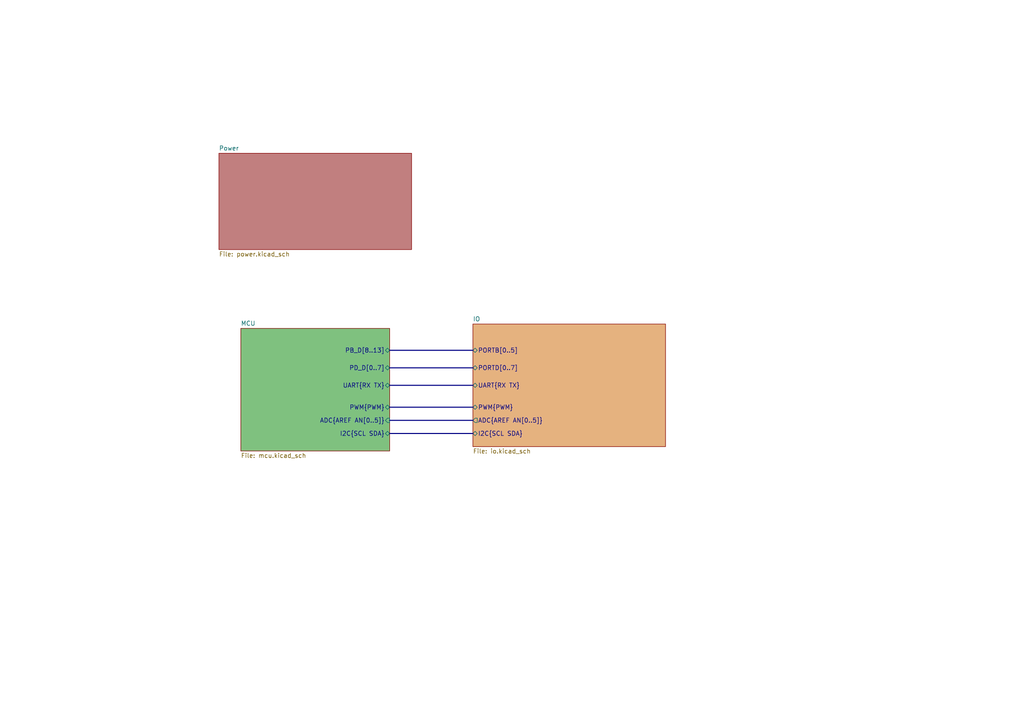
<source format=kicad_sch>
(kicad_sch (version 20211123) (generator eeschema)
  (paper "A4")
  (lib_symbols)
  (bus (pts (xy 113.03 101.6) (xy 137.16 101.6)))
  (bus (pts (xy 113.03 106.68) (xy 137.16 106.68)))
  (bus (pts (xy 113.03 111.76) (xy 137.16 111.76)))
  (bus (pts (xy 113.03 121.92) (xy 137.16 121.92)))
  (bus (pts (xy 113.03 125.73) (xy 137.16 125.73)))
  (bus (pts (xy 113.03 118.11) (xy 137.16 118.11)))
  (sheet (at 137.16 93.98) (size 55.88 35.56) (stroke (width 0.1524)) (fill (color 204 102 0 0.5000))
    (property "Sheet name" "IO" (at 137.16 93.2684 0) (effects (justify left bottom)))
    (property "Sheet file" "io.kicad_sch" (at 137.16 130.1246 0) (effects (justify left top)))
    (pin "PORTB[0..5]" bidirectional (at 137.16 101.6 180))
    (pin "PORTD[0..7]" bidirectional (at 137.16 106.68 180))
    (pin "UART{RX TX}" bidirectional (at 137.16 111.76 180))
    (pin "PWM{PWM}" bidirectional (at 137.16 118.11 180))
    (pin "I2C{SCL SDA}" bidirectional (at 137.16 125.73 180))
    (pin "ADC{AREF AN[0..5]}" output (at 137.16 121.92 180))
  )
  (sheet (at 69.85 95.25) (size 43.18 35.56) (stroke (width 0.1524)) (fill (color 0 132 0 0.5000))
    (property "Sheet name" "MCU" (at 69.85 94.5384 0) (effects (justify left bottom)))
    (property "Sheet file" "mcu.kicad_sch" (at 69.85 131.3946 0) (effects (justify left top)))
    (pin "PD_D[0..7]" bidirectional (at 113.03 106.68 0))
    (pin "UART{RX TX}" bidirectional (at 113.03 111.76 0))
    (pin "PB_D[8..13]" bidirectional (at 113.03 101.6 0))
    (pin "PWM{PWM}" bidirectional (at 113.03 118.11 0))
    (pin "ADC{AREF AN[0..5]}" input (at 113.03 121.92 0))
    (pin "I2C{SCL SDA}" bidirectional (at 113.03 125.73 0))
  )
  (sheet (at 63.5 44.45) (size 55.88 27.94) (stroke (width 0.1524)) (fill (color 132 0 0 0.5000))
    (property "Sheet name" "Power" (at 63.5 43.7384 0) (effects (justify left bottom)))
    (property "Sheet file" "power.kicad_sch" (at 63.5 72.9746 0) (effects (justify left top)))
  )
)
</source>
